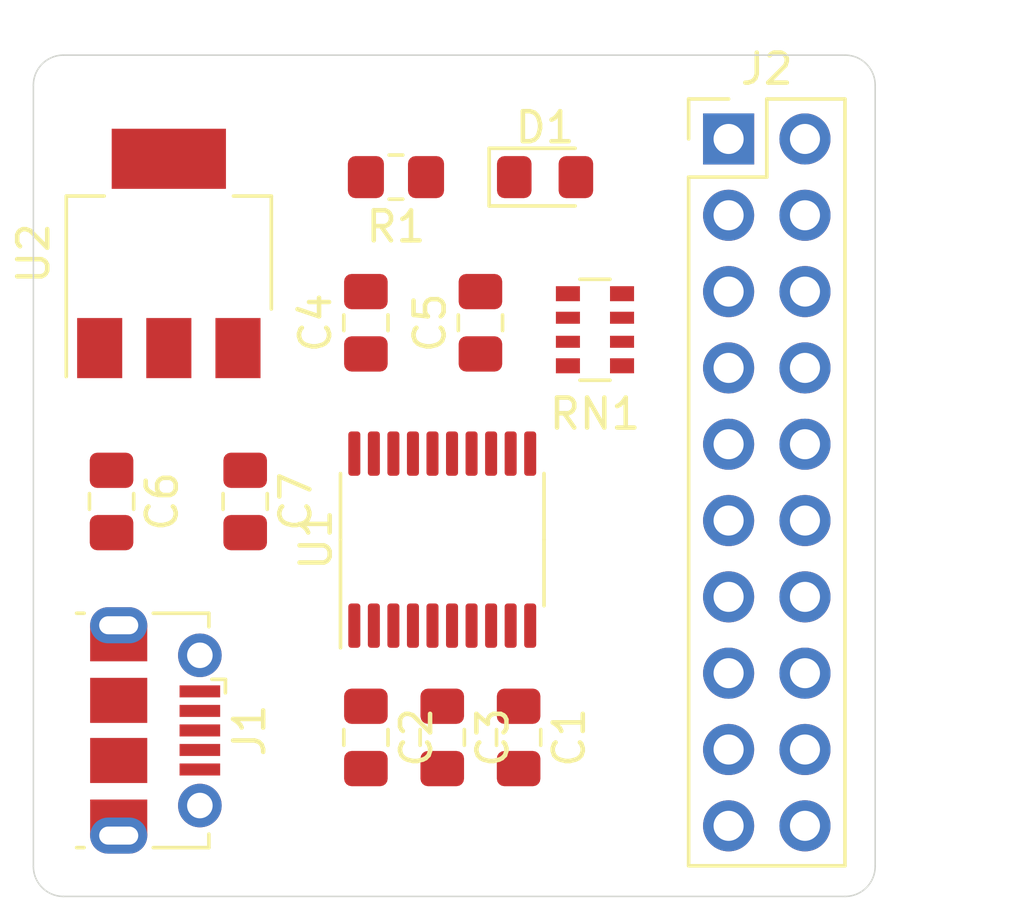
<source format=kicad_pcb>
(kicad_pcb (version 20171130) (host pcbnew "(5.1.10)-1")

  (general
    (thickness 1.6)
    (drawings 8)
    (tracks 0)
    (zones 0)
    (modules 14)
    (nets 29)
  )

  (page A4)
  (layers
    (0 F.Cu signal)
    (31 B.Cu signal)
    (32 B.Adhes user)
    (33 F.Adhes user)
    (34 B.Paste user)
    (35 F.Paste user)
    (36 B.SilkS user)
    (37 F.SilkS user)
    (38 B.Mask user)
    (39 F.Mask user)
    (40 Dwgs.User user)
    (41 Cmts.User user)
    (42 Eco1.User user)
    (43 Eco2.User user)
    (44 Edge.Cuts user)
    (45 Margin user)
    (46 B.CrtYd user)
    (47 F.CrtYd user)
    (48 B.Fab user)
    (49 F.Fab user)
  )

  (setup
    (last_trace_width 0.25)
    (trace_clearance 0.2)
    (zone_clearance 0.508)
    (zone_45_only no)
    (trace_min 0.2)
    (via_size 0.8)
    (via_drill 0.4)
    (via_min_size 0.4)
    (via_min_drill 0.3)
    (uvia_size 0.3)
    (uvia_drill 0.1)
    (uvias_allowed no)
    (uvia_min_size 0.2)
    (uvia_min_drill 0.1)
    (edge_width 0.05)
    (segment_width 0.2)
    (pcb_text_width 0.3)
    (pcb_text_size 1.5 1.5)
    (mod_edge_width 0.12)
    (mod_text_size 1 1)
    (mod_text_width 0.15)
    (pad_size 1.524 1.524)
    (pad_drill 0.762)
    (pad_to_mask_clearance 0)
    (aux_axis_origin 0 0)
    (visible_elements FFFDFF7F)
    (pcbplotparams
      (layerselection 0x010fc_ffffffff)
      (usegerberextensions false)
      (usegerberattributes true)
      (usegerberadvancedattributes true)
      (creategerberjobfile true)
      (excludeedgelayer true)
      (linewidth 0.100000)
      (plotframeref false)
      (viasonmask false)
      (mode 1)
      (useauxorigin false)
      (hpglpennumber 1)
      (hpglpenspeed 20)
      (hpglpendiameter 15.000000)
      (psnegative false)
      (psa4output false)
      (plotreference true)
      (plotvalue true)
      (plotinvisibletext false)
      (padsonsilk false)
      (subtractmaskfromsilk false)
      (outputformat 1)
      (mirror false)
      (drillshape 1)
      (scaleselection 1)
      (outputdirectory ""))
  )

  (net 0 "")
  (net 1 GND)
  (net 2 +3V3)
  (net 3 NRST)
  (net 4 "Net-(D1-Pad1)")
  (net 5 "Net-(D1-Pad2)")
  (net 6 "Net-(J1-Pad2)")
  (net 7 "Net-(J1-Pad4)")
  (net 8 "Net-(J1-Pad3)")
  (net 9 SWDIO)
  (net 10 SWCLK)
  (net 11 I2C1_SCL)
  (net 12 "Net-(J2-Pad7)")
  (net 13 I2C1_SDA)
  (net 14 SPI1_NSS)
  (net 15 SPI1_SCK)
  (net 16 ADC_IN0)
  (net 17 SPI1_MISO)
  (net 18 ADC_IN1)
  (net 19 SPI1_MOSI)
  (net 20 USART1_TX)
  (net 21 USART1_RX)
  (net 22 "Net-(RN1-Pad3)")
  (net 23 "Net-(RN1-Pad4)")
  (net 24 "Net-(RN1-Pad6)")
  (net 25 "Net-(RN1-Pad5)")
  (net 26 "Net-(U1-Pad2)")
  (net 27 "Net-(U1-Pad3)")
  (net 28 +5V)

  (net_class Default "This is the default net class."
    (clearance 0.2)
    (trace_width 0.25)
    (via_dia 0.8)
    (via_drill 0.4)
    (uvia_dia 0.3)
    (uvia_drill 0.1)
    (add_net +3V3)
    (add_net +5V)
    (add_net ADC_IN0)
    (add_net ADC_IN1)
    (add_net GND)
    (add_net I2C1_SCL)
    (add_net I2C1_SDA)
    (add_net NRST)
    (add_net "Net-(D1-Pad1)")
    (add_net "Net-(D1-Pad2)")
    (add_net "Net-(J1-Pad2)")
    (add_net "Net-(J1-Pad3)")
    (add_net "Net-(J1-Pad4)")
    (add_net "Net-(J2-Pad7)")
    (add_net "Net-(RN1-Pad3)")
    (add_net "Net-(RN1-Pad4)")
    (add_net "Net-(RN1-Pad5)")
    (add_net "Net-(RN1-Pad6)")
    (add_net "Net-(U1-Pad2)")
    (add_net "Net-(U1-Pad3)")
    (add_net SPI1_MISO)
    (add_net SPI1_MOSI)
    (add_net SPI1_NSS)
    (add_net SPI1_SCK)
    (add_net SWCLK)
    (add_net SWDIO)
    (add_net USART1_RX)
    (add_net USART1_TX)
  )

  (module Capacitor_SMD:C_0805_2012Metric_Pad1.18x1.45mm_HandSolder (layer F.Cu) (tedit 5F68FEEF) (tstamp 60FC94C5)
    (at 90.6 109.855 270)
    (descr "Capacitor SMD 0805 (2012 Metric), square (rectangular) end terminal, IPC_7351 nominal with elongated pad for handsoldering. (Body size source: IPC-SM-782 page 76, https://www.pcb-3d.com/wordpress/wp-content/uploads/ipc-sm-782a_amendment_1_and_2.pdf, https://docs.google.com/spreadsheets/d/1BsfQQcO9C6DZCsRaXUlFlo91Tg2WpOkGARC1WS5S8t0/edit?usp=sharing), generated with kicad-footprint-generator")
    (tags "capacitor handsolder")
    (path /61040C43)
    (attr smd)
    (fp_text reference C6 (at 0 -1.68 90) (layer F.SilkS)
      (effects (font (size 1 1) (thickness 0.15)))
    )
    (fp_text value 10uF (at 0 1.68 90) (layer F.Fab)
      (effects (font (size 1 1) (thickness 0.15)))
    )
    (fp_text user %R (at 0 0 90) (layer F.Fab)
      (effects (font (size 0.5 0.5) (thickness 0.08)))
    )
    (fp_line (start -1 0.625) (end -1 -0.625) (layer F.Fab) (width 0.1))
    (fp_line (start -1 -0.625) (end 1 -0.625) (layer F.Fab) (width 0.1))
    (fp_line (start 1 -0.625) (end 1 0.625) (layer F.Fab) (width 0.1))
    (fp_line (start 1 0.625) (end -1 0.625) (layer F.Fab) (width 0.1))
    (fp_line (start -0.261252 -0.735) (end 0.261252 -0.735) (layer F.SilkS) (width 0.12))
    (fp_line (start -0.261252 0.735) (end 0.261252 0.735) (layer F.SilkS) (width 0.12))
    (fp_line (start -1.88 0.98) (end -1.88 -0.98) (layer F.CrtYd) (width 0.05))
    (fp_line (start -1.88 -0.98) (end 1.88 -0.98) (layer F.CrtYd) (width 0.05))
    (fp_line (start 1.88 -0.98) (end 1.88 0.98) (layer F.CrtYd) (width 0.05))
    (fp_line (start 1.88 0.98) (end -1.88 0.98) (layer F.CrtYd) (width 0.05))
    (pad 2 smd roundrect (at 1.0375 0 270) (size 1.175 1.45) (layers F.Cu F.Paste F.Mask) (roundrect_rratio 0.212766)
      (net 1 GND))
    (pad 1 smd roundrect (at -1.0375 0 270) (size 1.175 1.45) (layers F.Cu F.Paste F.Mask) (roundrect_rratio 0.212766)
      (net 2 +3V3))
    (model ${KISYS3DMOD}/Capacitor_SMD.3dshapes/C_0805_2012Metric.wrl
      (at (xyz 0 0 0))
      (scale (xyz 1 1 1))
      (rotate (xyz 0 0 0))
    )
  )

  (module Capacitor_SMD:C_0805_2012Metric_Pad1.18x1.45mm_HandSolder (layer F.Cu) (tedit 5F68FEEF) (tstamp 60FC9495)
    (at 95.045 109.855 270)
    (descr "Capacitor SMD 0805 (2012 Metric), square (rectangular) end terminal, IPC_7351 nominal with elongated pad for handsoldering. (Body size source: IPC-SM-782 page 76, https://www.pcb-3d.com/wordpress/wp-content/uploads/ipc-sm-782a_amendment_1_and_2.pdf, https://docs.google.com/spreadsheets/d/1BsfQQcO9C6DZCsRaXUlFlo91Tg2WpOkGARC1WS5S8t0/edit?usp=sharing), generated with kicad-footprint-generator")
    (tags "capacitor handsolder")
    (path /6104012D)
    (attr smd)
    (fp_text reference C7 (at 0 -1.68 90) (layer F.SilkS)
      (effects (font (size 1 1) (thickness 0.15)))
    )
    (fp_text value 10uF (at 0 1.68 90) (layer F.Fab)
      (effects (font (size 1 1) (thickness 0.15)))
    )
    (fp_text user %R (at 0 0 90) (layer F.Fab)
      (effects (font (size 0.5 0.5) (thickness 0.08)))
    )
    (fp_line (start -1 0.625) (end -1 -0.625) (layer F.Fab) (width 0.1))
    (fp_line (start -1 -0.625) (end 1 -0.625) (layer F.Fab) (width 0.1))
    (fp_line (start 1 -0.625) (end 1 0.625) (layer F.Fab) (width 0.1))
    (fp_line (start 1 0.625) (end -1 0.625) (layer F.Fab) (width 0.1))
    (fp_line (start -0.261252 -0.735) (end 0.261252 -0.735) (layer F.SilkS) (width 0.12))
    (fp_line (start -0.261252 0.735) (end 0.261252 0.735) (layer F.SilkS) (width 0.12))
    (fp_line (start -1.88 0.98) (end -1.88 -0.98) (layer F.CrtYd) (width 0.05))
    (fp_line (start -1.88 -0.98) (end 1.88 -0.98) (layer F.CrtYd) (width 0.05))
    (fp_line (start 1.88 -0.98) (end 1.88 0.98) (layer F.CrtYd) (width 0.05))
    (fp_line (start 1.88 0.98) (end -1.88 0.98) (layer F.CrtYd) (width 0.05))
    (pad 2 smd roundrect (at 1.0375 0 270) (size 1.175 1.45) (layers F.Cu F.Paste F.Mask) (roundrect_rratio 0.212766)
      (net 1 GND))
    (pad 1 smd roundrect (at -1.0375 0 270) (size 1.175 1.45) (layers F.Cu F.Paste F.Mask) (roundrect_rratio 0.212766)
      (net 28 +5V))
    (model ${KISYS3DMOD}/Capacitor_SMD.3dshapes/C_0805_2012Metric.wrl
      (at (xyz 0 0 0))
      (scale (xyz 1 1 1))
      (rotate (xyz 0 0 0))
    )
  )

  (module Package_TO_SOT_SMD:SOT-223-3_TabPin2 (layer F.Cu) (tedit 5A02FF57) (tstamp 60FC93E3)
    (at 92.505 101.6 90)
    (descr "module CMS SOT223 4 pins")
    (tags "CMS SOT")
    (path /60FDA95F)
    (attr smd)
    (fp_text reference U2 (at 0 -4.5 90) (layer F.SilkS)
      (effects (font (size 1 1) (thickness 0.15)))
    )
    (fp_text value LD1117S33TR_SOT223 (at 0 4.5 90) (layer F.Fab)
      (effects (font (size 1 1) (thickness 0.15)))
    )
    (fp_line (start 1.85 -3.35) (end 1.85 3.35) (layer F.Fab) (width 0.1))
    (fp_line (start -1.85 3.35) (end 1.85 3.35) (layer F.Fab) (width 0.1))
    (fp_line (start -4.1 -3.41) (end 1.91 -3.41) (layer F.SilkS) (width 0.12))
    (fp_line (start -0.85 -3.35) (end 1.85 -3.35) (layer F.Fab) (width 0.1))
    (fp_line (start -1.85 3.41) (end 1.91 3.41) (layer F.SilkS) (width 0.12))
    (fp_line (start -1.85 -2.35) (end -1.85 3.35) (layer F.Fab) (width 0.1))
    (fp_line (start -1.85 -2.35) (end -0.85 -3.35) (layer F.Fab) (width 0.1))
    (fp_line (start -4.4 -3.6) (end -4.4 3.6) (layer F.CrtYd) (width 0.05))
    (fp_line (start -4.4 3.6) (end 4.4 3.6) (layer F.CrtYd) (width 0.05))
    (fp_line (start 4.4 3.6) (end 4.4 -3.6) (layer F.CrtYd) (width 0.05))
    (fp_line (start 4.4 -3.6) (end -4.4 -3.6) (layer F.CrtYd) (width 0.05))
    (fp_line (start 1.91 -3.41) (end 1.91 -2.15) (layer F.SilkS) (width 0.12))
    (fp_line (start 1.91 3.41) (end 1.91 2.15) (layer F.SilkS) (width 0.12))
    (fp_text user %R (at 0 0) (layer F.Fab)
      (effects (font (size 0.8 0.8) (thickness 0.12)))
    )
    (pad 2 smd rect (at 3.15 0 90) (size 2 3.8) (layers F.Cu F.Paste F.Mask)
      (net 2 +3V3))
    (pad 2 smd rect (at -3.15 0 90) (size 2 1.5) (layers F.Cu F.Paste F.Mask)
      (net 2 +3V3))
    (pad 3 smd rect (at -3.15 2.3 90) (size 2 1.5) (layers F.Cu F.Paste F.Mask)
      (net 28 +5V))
    (pad 1 smd rect (at -3.15 -2.3 90) (size 2 1.5) (layers F.Cu F.Paste F.Mask)
      (net 1 GND))
    (model ${KISYS3DMOD}/Package_TO_SOT_SMD.3dshapes/SOT-223.wrl
      (at (xyz 0 0 0))
      (scale (xyz 1 1 1))
      (rotate (xyz 0 0 0))
    )
  )

  (module Capacitor_SMD:C_0805_2012Metric_Pad1.18x1.45mm_HandSolder (layer F.Cu) (tedit 5F68FEEF) (tstamp 60FC7C98)
    (at 104.14 117.7075 270)
    (descr "Capacitor SMD 0805 (2012 Metric), square (rectangular) end terminal, IPC_7351 nominal with elongated pad for handsoldering. (Body size source: IPC-SM-782 page 76, https://www.pcb-3d.com/wordpress/wp-content/uploads/ipc-sm-782a_amendment_1_and_2.pdf, https://docs.google.com/spreadsheets/d/1BsfQQcO9C6DZCsRaXUlFlo91Tg2WpOkGARC1WS5S8t0/edit?usp=sharing), generated with kicad-footprint-generator")
    (tags "capacitor handsolder")
    (path /60FD310A)
    (attr smd)
    (fp_text reference C1 (at 0 -1.68 90) (layer F.SilkS)
      (effects (font (size 1 1) (thickness 0.15)))
    )
    (fp_text value 10nF (at 0 1.68 90) (layer F.Fab)
      (effects (font (size 1 1) (thickness 0.15)))
    )
    (fp_text user %R (at 0 0 90) (layer F.Fab)
      (effects (font (size 0.5 0.5) (thickness 0.08)))
    )
    (fp_line (start -1 0.625) (end -1 -0.625) (layer F.Fab) (width 0.1))
    (fp_line (start -1 -0.625) (end 1 -0.625) (layer F.Fab) (width 0.1))
    (fp_line (start 1 -0.625) (end 1 0.625) (layer F.Fab) (width 0.1))
    (fp_line (start 1 0.625) (end -1 0.625) (layer F.Fab) (width 0.1))
    (fp_line (start -0.261252 -0.735) (end 0.261252 -0.735) (layer F.SilkS) (width 0.12))
    (fp_line (start -0.261252 0.735) (end 0.261252 0.735) (layer F.SilkS) (width 0.12))
    (fp_line (start -1.88 0.98) (end -1.88 -0.98) (layer F.CrtYd) (width 0.05))
    (fp_line (start -1.88 -0.98) (end 1.88 -0.98) (layer F.CrtYd) (width 0.05))
    (fp_line (start 1.88 -0.98) (end 1.88 0.98) (layer F.CrtYd) (width 0.05))
    (fp_line (start 1.88 0.98) (end -1.88 0.98) (layer F.CrtYd) (width 0.05))
    (pad 2 smd roundrect (at 1.0375 0 270) (size 1.175 1.45) (layers F.Cu F.Paste F.Mask) (roundrect_rratio 0.212766)
      (net 1 GND))
    (pad 1 smd roundrect (at -1.0375 0 270) (size 1.175 1.45) (layers F.Cu F.Paste F.Mask) (roundrect_rratio 0.212766)
      (net 2 +3V3))
    (model ${KISYS3DMOD}/Capacitor_SMD.3dshapes/C_0805_2012Metric.wrl
      (at (xyz 0 0 0))
      (scale (xyz 1 1 1))
      (rotate (xyz 0 0 0))
    )
  )

  (module Capacitor_SMD:C_0805_2012Metric_Pad1.18x1.45mm_HandSolder (layer F.Cu) (tedit 5F68FEEF) (tstamp 60FC7E18)
    (at 99.06 117.7075 270)
    (descr "Capacitor SMD 0805 (2012 Metric), square (rectangular) end terminal, IPC_7351 nominal with elongated pad for handsoldering. (Body size source: IPC-SM-782 page 76, https://www.pcb-3d.com/wordpress/wp-content/uploads/ipc-sm-782a_amendment_1_and_2.pdf, https://docs.google.com/spreadsheets/d/1BsfQQcO9C6DZCsRaXUlFlo91Tg2WpOkGARC1WS5S8t0/edit?usp=sharing), generated with kicad-footprint-generator")
    (tags "capacitor handsolder")
    (path /60FD214B)
    (attr smd)
    (fp_text reference C2 (at 0 -1.68 90) (layer F.SilkS)
      (effects (font (size 1 1) (thickness 0.15)))
    )
    (fp_text value 0.1uF (at 0 1.68 90) (layer F.Fab)
      (effects (font (size 1 1) (thickness 0.15)))
    )
    (fp_line (start 1.88 0.98) (end -1.88 0.98) (layer F.CrtYd) (width 0.05))
    (fp_line (start 1.88 -0.98) (end 1.88 0.98) (layer F.CrtYd) (width 0.05))
    (fp_line (start -1.88 -0.98) (end 1.88 -0.98) (layer F.CrtYd) (width 0.05))
    (fp_line (start -1.88 0.98) (end -1.88 -0.98) (layer F.CrtYd) (width 0.05))
    (fp_line (start -0.261252 0.735) (end 0.261252 0.735) (layer F.SilkS) (width 0.12))
    (fp_line (start -0.261252 -0.735) (end 0.261252 -0.735) (layer F.SilkS) (width 0.12))
    (fp_line (start 1 0.625) (end -1 0.625) (layer F.Fab) (width 0.1))
    (fp_line (start 1 -0.625) (end 1 0.625) (layer F.Fab) (width 0.1))
    (fp_line (start -1 -0.625) (end 1 -0.625) (layer F.Fab) (width 0.1))
    (fp_line (start -1 0.625) (end -1 -0.625) (layer F.Fab) (width 0.1))
    (fp_text user %R (at 0 0 90) (layer F.Fab)
      (effects (font (size 0.5 0.5) (thickness 0.08)))
    )
    (pad 1 smd roundrect (at -1.0375 0 270) (size 1.175 1.45) (layers F.Cu F.Paste F.Mask) (roundrect_rratio 0.212766)
      (net 3 NRST))
    (pad 2 smd roundrect (at 1.0375 0 270) (size 1.175 1.45) (layers F.Cu F.Paste F.Mask) (roundrect_rratio 0.212766)
      (net 1 GND))
    (model ${KISYS3DMOD}/Capacitor_SMD.3dshapes/C_0805_2012Metric.wrl
      (at (xyz 0 0 0))
      (scale (xyz 1 1 1))
      (rotate (xyz 0 0 0))
    )
  )

  (module Capacitor_SMD:C_0805_2012Metric_Pad1.18x1.45mm_HandSolder (layer F.Cu) (tedit 5F68FEEF) (tstamp 60FC8B2E)
    (at 101.6 117.7075 270)
    (descr "Capacitor SMD 0805 (2012 Metric), square (rectangular) end terminal, IPC_7351 nominal with elongated pad for handsoldering. (Body size source: IPC-SM-782 page 76, https://www.pcb-3d.com/wordpress/wp-content/uploads/ipc-sm-782a_amendment_1_and_2.pdf, https://docs.google.com/spreadsheets/d/1BsfQQcO9C6DZCsRaXUlFlo91Tg2WpOkGARC1WS5S8t0/edit?usp=sharing), generated with kicad-footprint-generator")
    (tags "capacitor handsolder")
    (path /60FD2C0F)
    (attr smd)
    (fp_text reference C3 (at 0 -1.68 90) (layer F.SilkS)
      (effects (font (size 1 1) (thickness 0.15)))
    )
    (fp_text value 1uF (at 0 1.68 90) (layer F.Fab)
      (effects (font (size 1 1) (thickness 0.15)))
    )
    (fp_text user %R (at 0 0 90) (layer F.Fab)
      (effects (font (size 0.5 0.5) (thickness 0.08)))
    )
    (fp_line (start -1 0.625) (end -1 -0.625) (layer F.Fab) (width 0.1))
    (fp_line (start -1 -0.625) (end 1 -0.625) (layer F.Fab) (width 0.1))
    (fp_line (start 1 -0.625) (end 1 0.625) (layer F.Fab) (width 0.1))
    (fp_line (start 1 0.625) (end -1 0.625) (layer F.Fab) (width 0.1))
    (fp_line (start -0.261252 -0.735) (end 0.261252 -0.735) (layer F.SilkS) (width 0.12))
    (fp_line (start -0.261252 0.735) (end 0.261252 0.735) (layer F.SilkS) (width 0.12))
    (fp_line (start -1.88 0.98) (end -1.88 -0.98) (layer F.CrtYd) (width 0.05))
    (fp_line (start -1.88 -0.98) (end 1.88 -0.98) (layer F.CrtYd) (width 0.05))
    (fp_line (start 1.88 -0.98) (end 1.88 0.98) (layer F.CrtYd) (width 0.05))
    (fp_line (start 1.88 0.98) (end -1.88 0.98) (layer F.CrtYd) (width 0.05))
    (pad 2 smd roundrect (at 1.0375 0 270) (size 1.175 1.45) (layers F.Cu F.Paste F.Mask) (roundrect_rratio 0.212766)
      (net 1 GND))
    (pad 1 smd roundrect (at -1.0375 0 270) (size 1.175 1.45) (layers F.Cu F.Paste F.Mask) (roundrect_rratio 0.212766)
      (net 2 +3V3))
    (model ${KISYS3DMOD}/Capacitor_SMD.3dshapes/C_0805_2012Metric.wrl
      (at (xyz 0 0 0))
      (scale (xyz 1 1 1))
      (rotate (xyz 0 0 0))
    )
  )

  (module Capacitor_SMD:C_0805_2012Metric_Pad1.18x1.45mm_HandSolder (layer F.Cu) (tedit 5F68FEEF) (tstamp 60FC8F09)
    (at 99.06 103.9075 90)
    (descr "Capacitor SMD 0805 (2012 Metric), square (rectangular) end terminal, IPC_7351 nominal with elongated pad for handsoldering. (Body size source: IPC-SM-782 page 76, https://www.pcb-3d.com/wordpress/wp-content/uploads/ipc-sm-782a_amendment_1_and_2.pdf, https://docs.google.com/spreadsheets/d/1BsfQQcO9C6DZCsRaXUlFlo91Tg2WpOkGARC1WS5S8t0/edit?usp=sharing), generated with kicad-footprint-generator")
    (tags "capacitor handsolder")
    (path /60FD2F1F)
    (attr smd)
    (fp_text reference C4 (at 0 -1.68 90) (layer F.SilkS)
      (effects (font (size 1 1) (thickness 0.15)))
    )
    (fp_text value 100nF (at 0 1.68 90) (layer F.Fab)
      (effects (font (size 1 1) (thickness 0.15)))
    )
    (fp_line (start 1.88 0.98) (end -1.88 0.98) (layer F.CrtYd) (width 0.05))
    (fp_line (start 1.88 -0.98) (end 1.88 0.98) (layer F.CrtYd) (width 0.05))
    (fp_line (start -1.88 -0.98) (end 1.88 -0.98) (layer F.CrtYd) (width 0.05))
    (fp_line (start -1.88 0.98) (end -1.88 -0.98) (layer F.CrtYd) (width 0.05))
    (fp_line (start -0.261252 0.735) (end 0.261252 0.735) (layer F.SilkS) (width 0.12))
    (fp_line (start -0.261252 -0.735) (end 0.261252 -0.735) (layer F.SilkS) (width 0.12))
    (fp_line (start 1 0.625) (end -1 0.625) (layer F.Fab) (width 0.1))
    (fp_line (start 1 -0.625) (end 1 0.625) (layer F.Fab) (width 0.1))
    (fp_line (start -1 -0.625) (end 1 -0.625) (layer F.Fab) (width 0.1))
    (fp_line (start -1 0.625) (end -1 -0.625) (layer F.Fab) (width 0.1))
    (fp_text user %R (at 0 0 90) (layer F.Fab)
      (effects (font (size 0.5 0.5) (thickness 0.08)))
    )
    (pad 1 smd roundrect (at -1.0375 0 90) (size 1.175 1.45) (layers F.Cu F.Paste F.Mask) (roundrect_rratio 0.212766)
      (net 2 +3V3))
    (pad 2 smd roundrect (at 1.0375 0 90) (size 1.175 1.45) (layers F.Cu F.Paste F.Mask) (roundrect_rratio 0.212766)
      (net 1 GND))
    (model ${KISYS3DMOD}/Capacitor_SMD.3dshapes/C_0805_2012Metric.wrl
      (at (xyz 0 0 0))
      (scale (xyz 1 1 1))
      (rotate (xyz 0 0 0))
    )
  )

  (module Capacitor_SMD:C_0805_2012Metric_Pad1.18x1.45mm_HandSolder (layer F.Cu) (tedit 5F68FEEF) (tstamp 60FC8E97)
    (at 102.87 103.9075 90)
    (descr "Capacitor SMD 0805 (2012 Metric), square (rectangular) end terminal, IPC_7351 nominal with elongated pad for handsoldering. (Body size source: IPC-SM-782 page 76, https://www.pcb-3d.com/wordpress/wp-content/uploads/ipc-sm-782a_amendment_1_and_2.pdf, https://docs.google.com/spreadsheets/d/1BsfQQcO9C6DZCsRaXUlFlo91Tg2WpOkGARC1WS5S8t0/edit?usp=sharing), generated with kicad-footprint-generator")
    (tags "capacitor handsolder")
    (path /60FD40EB)
    (attr smd)
    (fp_text reference C5 (at 0 -1.68 90) (layer F.SilkS)
      (effects (font (size 1 1) (thickness 0.15)))
    )
    (fp_text value 4.7uF (at 0 1.68 90) (layer F.Fab)
      (effects (font (size 1 1) (thickness 0.15)))
    )
    (fp_line (start 1.88 0.98) (end -1.88 0.98) (layer F.CrtYd) (width 0.05))
    (fp_line (start 1.88 -0.98) (end 1.88 0.98) (layer F.CrtYd) (width 0.05))
    (fp_line (start -1.88 -0.98) (end 1.88 -0.98) (layer F.CrtYd) (width 0.05))
    (fp_line (start -1.88 0.98) (end -1.88 -0.98) (layer F.CrtYd) (width 0.05))
    (fp_line (start -0.261252 0.735) (end 0.261252 0.735) (layer F.SilkS) (width 0.12))
    (fp_line (start -0.261252 -0.735) (end 0.261252 -0.735) (layer F.SilkS) (width 0.12))
    (fp_line (start 1 0.625) (end -1 0.625) (layer F.Fab) (width 0.1))
    (fp_line (start 1 -0.625) (end 1 0.625) (layer F.Fab) (width 0.1))
    (fp_line (start -1 -0.625) (end 1 -0.625) (layer F.Fab) (width 0.1))
    (fp_line (start -1 0.625) (end -1 -0.625) (layer F.Fab) (width 0.1))
    (fp_text user %R (at 0 0 90) (layer F.Fab)
      (effects (font (size 0.5 0.5) (thickness 0.08)))
    )
    (pad 1 smd roundrect (at -1.0375 0 90) (size 1.175 1.45) (layers F.Cu F.Paste F.Mask) (roundrect_rratio 0.212766)
      (net 2 +3V3))
    (pad 2 smd roundrect (at 1.0375 0 90) (size 1.175 1.45) (layers F.Cu F.Paste F.Mask) (roundrect_rratio 0.212766)
      (net 1 GND))
    (model ${KISYS3DMOD}/Capacitor_SMD.3dshapes/C_0805_2012Metric.wrl
      (at (xyz 0 0 0))
      (scale (xyz 1 1 1))
      (rotate (xyz 0 0 0))
    )
  )

  (module LED_SMD:LED_0805_2012Metric_Pad1.15x1.40mm_HandSolder (layer F.Cu) (tedit 5F68FEF1) (tstamp 60FC8FE6)
    (at 105.02 99.06)
    (descr "LED SMD 0805 (2012 Metric), square (rectangular) end terminal, IPC_7351 nominal, (Body size source: https://docs.google.com/spreadsheets/d/1BsfQQcO9C6DZCsRaXUlFlo91Tg2WpOkGARC1WS5S8t0/edit?usp=sharing), generated with kicad-footprint-generator")
    (tags "LED handsolder")
    (path /60FD9142)
    (attr smd)
    (fp_text reference D1 (at 0 -1.65) (layer F.SilkS)
      (effects (font (size 1 1) (thickness 0.15)))
    )
    (fp_text value LED (at 0 1.65) (layer F.Fab)
      (effects (font (size 1 1) (thickness 0.15)))
    )
    (fp_line (start 1.85 0.95) (end -1.85 0.95) (layer F.CrtYd) (width 0.05))
    (fp_line (start 1.85 -0.95) (end 1.85 0.95) (layer F.CrtYd) (width 0.05))
    (fp_line (start -1.85 -0.95) (end 1.85 -0.95) (layer F.CrtYd) (width 0.05))
    (fp_line (start -1.85 0.95) (end -1.85 -0.95) (layer F.CrtYd) (width 0.05))
    (fp_line (start -1.86 0.96) (end 1 0.96) (layer F.SilkS) (width 0.12))
    (fp_line (start -1.86 -0.96) (end -1.86 0.96) (layer F.SilkS) (width 0.12))
    (fp_line (start 1 -0.96) (end -1.86 -0.96) (layer F.SilkS) (width 0.12))
    (fp_line (start 1 0.6) (end 1 -0.6) (layer F.Fab) (width 0.1))
    (fp_line (start -1 0.6) (end 1 0.6) (layer F.Fab) (width 0.1))
    (fp_line (start -1 -0.3) (end -1 0.6) (layer F.Fab) (width 0.1))
    (fp_line (start -0.7 -0.6) (end -1 -0.3) (layer F.Fab) (width 0.1))
    (fp_line (start 1 -0.6) (end -0.7 -0.6) (layer F.Fab) (width 0.1))
    (fp_text user %R (at 0 0) (layer F.Fab)
      (effects (font (size 0.5 0.5) (thickness 0.08)))
    )
    (pad 1 smd roundrect (at -1.025 0) (size 1.15 1.4) (layers F.Cu F.Paste F.Mask) (roundrect_rratio 0.217391)
      (net 4 "Net-(D1-Pad1)"))
    (pad 2 smd roundrect (at 1.025 0) (size 1.15 1.4) (layers F.Cu F.Paste F.Mask) (roundrect_rratio 0.217391)
      (net 5 "Net-(D1-Pad2)"))
    (model ${KISYS3DMOD}/LED_SMD.3dshapes/LED_0805_2012Metric.wrl
      (at (xyz 0 0 0))
      (scale (xyz 1 1 1))
      (rotate (xyz 0 0 0))
    )
  )

  (module Connector_USB:USB_Micro-B_Molex-105017-0001 (layer F.Cu) (tedit 5A1DC0BE) (tstamp 60FC9435)
    (at 92.075 117.475 270)
    (descr http://www.molex.com/pdm_docs/sd/1050170001_sd.pdf)
    (tags "Micro-USB SMD Typ-B")
    (path /60FDB8CF)
    (attr smd)
    (fp_text reference J1 (at 0 -3.1125 90) (layer F.SilkS)
      (effects (font (size 1 1) (thickness 0.15)))
    )
    (fp_text value USB_B_Micro (at 0.3 4.3375 90) (layer F.Fab)
      (effects (font (size 1 1) (thickness 0.15)))
    )
    (fp_line (start -1.1 -2.1225) (end -1.1 -1.9125) (layer F.Fab) (width 0.1))
    (fp_line (start -1.5 -2.1225) (end -1.5 -1.9125) (layer F.Fab) (width 0.1))
    (fp_line (start -1.5 -2.1225) (end -1.1 -2.1225) (layer F.Fab) (width 0.1))
    (fp_line (start -1.1 -1.9125) (end -1.3 -1.7125) (layer F.Fab) (width 0.1))
    (fp_line (start -1.3 -1.7125) (end -1.5 -1.9125) (layer F.Fab) (width 0.1))
    (fp_line (start -1.7 -2.3125) (end -1.7 -1.8625) (layer F.SilkS) (width 0.12))
    (fp_line (start -1.7 -2.3125) (end -1.25 -2.3125) (layer F.SilkS) (width 0.12))
    (fp_line (start 3.9 -1.7625) (end 3.45 -1.7625) (layer F.SilkS) (width 0.12))
    (fp_line (start 3.9 0.0875) (end 3.9 -1.7625) (layer F.SilkS) (width 0.12))
    (fp_line (start -3.9 2.6375) (end -3.9 2.3875) (layer F.SilkS) (width 0.12))
    (fp_line (start -3.75 3.3875) (end -3.75 -1.6125) (layer F.Fab) (width 0.1))
    (fp_line (start -3.75 -1.6125) (end 3.75 -1.6125) (layer F.Fab) (width 0.1))
    (fp_line (start -3.75 3.389204) (end 3.75 3.389204) (layer F.Fab) (width 0.1))
    (fp_line (start -3 2.689204) (end 3 2.689204) (layer F.Fab) (width 0.1))
    (fp_line (start 3.75 3.3875) (end 3.75 -1.6125) (layer F.Fab) (width 0.1))
    (fp_line (start 3.9 2.6375) (end 3.9 2.3875) (layer F.SilkS) (width 0.12))
    (fp_line (start -3.9 0.0875) (end -3.9 -1.7625) (layer F.SilkS) (width 0.12))
    (fp_line (start -3.9 -1.7625) (end -3.45 -1.7625) (layer F.SilkS) (width 0.12))
    (fp_line (start -4.4 3.64) (end -4.4 -2.46) (layer F.CrtYd) (width 0.05))
    (fp_line (start -4.4 -2.46) (end 4.4 -2.46) (layer F.CrtYd) (width 0.05))
    (fp_line (start 4.4 -2.46) (end 4.4 3.64) (layer F.CrtYd) (width 0.05))
    (fp_line (start -4.4 3.64) (end 4.4 3.64) (layer F.CrtYd) (width 0.05))
    (fp_text user "PCB Edge" (at 0 2.6875 90) (layer Dwgs.User)
      (effects (font (size 0.5 0.5) (thickness 0.08)))
    )
    (fp_text user %R (at 0 0.8875 90) (layer F.Fab)
      (effects (font (size 1 1) (thickness 0.15)))
    )
    (pad 6 smd rect (at 1 1.2375 270) (size 1.5 1.9) (layers F.Cu F.Paste F.Mask)
      (net 1 GND))
    (pad 6 thru_hole circle (at -2.5 -1.4625 270) (size 1.45 1.45) (drill 0.85) (layers *.Cu *.Mask)
      (net 1 GND))
    (pad 2 smd rect (at -0.65 -1.4625 270) (size 0.4 1.35) (layers F.Cu F.Paste F.Mask)
      (net 6 "Net-(J1-Pad2)"))
    (pad 1 smd rect (at -1.3 -1.4625 270) (size 0.4 1.35) (layers F.Cu F.Paste F.Mask)
      (net 28 +5V))
    (pad 5 smd rect (at 1.3 -1.4625 270) (size 0.4 1.35) (layers F.Cu F.Paste F.Mask)
      (net 1 GND))
    (pad 4 smd rect (at 0.65 -1.4625 270) (size 0.4 1.35) (layers F.Cu F.Paste F.Mask)
      (net 7 "Net-(J1-Pad4)"))
    (pad 3 smd rect (at 0 -1.4625 270) (size 0.4 1.35) (layers F.Cu F.Paste F.Mask)
      (net 8 "Net-(J1-Pad3)"))
    (pad 6 thru_hole circle (at 2.5 -1.4625 270) (size 1.45 1.45) (drill 0.85) (layers *.Cu *.Mask)
      (net 1 GND))
    (pad 6 smd rect (at -1 1.2375 270) (size 1.5 1.9) (layers F.Cu F.Paste F.Mask)
      (net 1 GND))
    (pad 6 thru_hole oval (at -3.5 1.2375 90) (size 1.2 1.9) (drill oval 0.6 1.3) (layers *.Cu *.Mask)
      (net 1 GND))
    (pad 6 thru_hole oval (at 3.5 1.2375 270) (size 1.2 1.9) (drill oval 0.6 1.3) (layers *.Cu *.Mask)
      (net 1 GND))
    (pad 6 smd rect (at 2.9 1.2375 270) (size 1.2 1.9) (layers F.Cu F.Mask)
      (net 1 GND))
    (pad 6 smd rect (at -2.9 1.2375 270) (size 1.2 1.9) (layers F.Cu F.Mask)
      (net 1 GND))
    (model ${KISYS3DMOD}/Connector_USB.3dshapes/USB_Micro-B_Molex-105017-0001.wrl
      (at (xyz 0 0 0))
      (scale (xyz 1 1 1))
      (rotate (xyz 0 0 0))
    )
  )

  (module Connector_PinHeader_2.54mm:PinHeader_2x10_P2.54mm_Vertical (layer F.Cu) (tedit 59FED5CC) (tstamp 60FC8F82)
    (at 111.125 97.79)
    (descr "Through hole straight pin header, 2x10, 2.54mm pitch, double rows")
    (tags "Through hole pin header THT 2x10 2.54mm double row")
    (path /60FDDC5B)
    (fp_text reference J2 (at 1.27 -2.33) (layer F.SilkS)
      (effects (font (size 1 1) (thickness 0.15)))
    )
    (fp_text value Conn_02x10_Odd_Even (at 1.27 25.19) (layer F.Fab)
      (effects (font (size 1 1) (thickness 0.15)))
    )
    (fp_line (start 4.35 -1.8) (end -1.8 -1.8) (layer F.CrtYd) (width 0.05))
    (fp_line (start 4.35 24.65) (end 4.35 -1.8) (layer F.CrtYd) (width 0.05))
    (fp_line (start -1.8 24.65) (end 4.35 24.65) (layer F.CrtYd) (width 0.05))
    (fp_line (start -1.8 -1.8) (end -1.8 24.65) (layer F.CrtYd) (width 0.05))
    (fp_line (start -1.33 -1.33) (end 0 -1.33) (layer F.SilkS) (width 0.12))
    (fp_line (start -1.33 0) (end -1.33 -1.33) (layer F.SilkS) (width 0.12))
    (fp_line (start 1.27 -1.33) (end 3.87 -1.33) (layer F.SilkS) (width 0.12))
    (fp_line (start 1.27 1.27) (end 1.27 -1.33) (layer F.SilkS) (width 0.12))
    (fp_line (start -1.33 1.27) (end 1.27 1.27) (layer F.SilkS) (width 0.12))
    (fp_line (start 3.87 -1.33) (end 3.87 24.19) (layer F.SilkS) (width 0.12))
    (fp_line (start -1.33 1.27) (end -1.33 24.19) (layer F.SilkS) (width 0.12))
    (fp_line (start -1.33 24.19) (end 3.87 24.19) (layer F.SilkS) (width 0.12))
    (fp_line (start -1.27 0) (end 0 -1.27) (layer F.Fab) (width 0.1))
    (fp_line (start -1.27 24.13) (end -1.27 0) (layer F.Fab) (width 0.1))
    (fp_line (start 3.81 24.13) (end -1.27 24.13) (layer F.Fab) (width 0.1))
    (fp_line (start 3.81 -1.27) (end 3.81 24.13) (layer F.Fab) (width 0.1))
    (fp_line (start 0 -1.27) (end 3.81 -1.27) (layer F.Fab) (width 0.1))
    (fp_text user %R (at 1.27 11.43 90) (layer F.Fab)
      (effects (font (size 1 1) (thickness 0.15)))
    )
    (pad 1 thru_hole rect (at 0 0) (size 1.7 1.7) (drill 1) (layers *.Cu *.Mask)
      (net 2 +3V3))
    (pad 2 thru_hole oval (at 2.54 0) (size 1.7 1.7) (drill 1) (layers *.Cu *.Mask)
      (net 9 SWDIO))
    (pad 3 thru_hole oval (at 0 2.54) (size 1.7 1.7) (drill 1) (layers *.Cu *.Mask)
      (net 1 GND))
    (pad 4 thru_hole oval (at 2.54 2.54) (size 1.7 1.7) (drill 1) (layers *.Cu *.Mask)
      (net 10 SWCLK))
    (pad 5 thru_hole oval (at 0 5.08) (size 1.7 1.7) (drill 1) (layers *.Cu *.Mask)
      (net 1 GND))
    (pad 6 thru_hole oval (at 2.54 5.08) (size 1.7 1.7) (drill 1) (layers *.Cu *.Mask)
      (net 11 I2C1_SCL))
    (pad 7 thru_hole oval (at 0 7.62) (size 1.7 1.7) (drill 1) (layers *.Cu *.Mask)
      (net 12 "Net-(J2-Pad7)"))
    (pad 8 thru_hole oval (at 2.54 7.62) (size 1.7 1.7) (drill 1) (layers *.Cu *.Mask)
      (net 13 I2C1_SDA))
    (pad 9 thru_hole oval (at 0 10.16) (size 1.7 1.7) (drill 1) (layers *.Cu *.Mask)
      (net 2 +3V3))
    (pad 10 thru_hole oval (at 2.54 10.16) (size 1.7 1.7) (drill 1) (layers *.Cu *.Mask)
      (net 14 SPI1_NSS))
    (pad 11 thru_hole oval (at 0 12.7) (size 1.7 1.7) (drill 1) (layers *.Cu *.Mask)
      (net 2 +3V3))
    (pad 12 thru_hole oval (at 2.54 12.7) (size 1.7 1.7) (drill 1) (layers *.Cu *.Mask)
      (net 15 SPI1_SCK))
    (pad 13 thru_hole oval (at 0 15.24) (size 1.7 1.7) (drill 1) (layers *.Cu *.Mask)
      (net 16 ADC_IN0))
    (pad 14 thru_hole oval (at 2.54 15.24) (size 1.7 1.7) (drill 1) (layers *.Cu *.Mask)
      (net 17 SPI1_MISO))
    (pad 15 thru_hole oval (at 0 17.78) (size 1.7 1.7) (drill 1) (layers *.Cu *.Mask)
      (net 18 ADC_IN1))
    (pad 16 thru_hole oval (at 2.54 17.78) (size 1.7 1.7) (drill 1) (layers *.Cu *.Mask)
      (net 19 SPI1_MOSI))
    (pad 17 thru_hole oval (at 0 20.32) (size 1.7 1.7) (drill 1) (layers *.Cu *.Mask)
      (net 1 GND))
    (pad 18 thru_hole oval (at 2.54 20.32) (size 1.7 1.7) (drill 1) (layers *.Cu *.Mask)
      (net 20 USART1_TX))
    (pad 19 thru_hole oval (at 0 22.86) (size 1.7 1.7) (drill 1) (layers *.Cu *.Mask)
      (net 1 GND))
    (pad 20 thru_hole oval (at 2.54 22.86) (size 1.7 1.7) (drill 1) (layers *.Cu *.Mask)
      (net 21 USART1_RX))
    (model ${KISYS3DMOD}/Connector_PinHeader_2.54mm.3dshapes/PinHeader_2x10_P2.54mm_Vertical.wrl
      (at (xyz 0 0 0))
      (scale (xyz 1 1 1))
      (rotate (xyz 0 0 0))
    )
  )

  (module Resistor_SMD:R_0805_2012Metric_Pad1.20x1.40mm_HandSolder (layer F.Cu) (tedit 5F68FEEE) (tstamp 60FC8F39)
    (at 100.06 99.06 180)
    (descr "Resistor SMD 0805 (2012 Metric), square (rectangular) end terminal, IPC_7351 nominal with elongated pad for handsoldering. (Body size source: IPC-SM-782 page 72, https://www.pcb-3d.com/wordpress/wp-content/uploads/ipc-sm-782a_amendment_1_and_2.pdf), generated with kicad-footprint-generator")
    (tags "resistor handsolder")
    (path /60FD4ACB)
    (attr smd)
    (fp_text reference R1 (at 0 -1.65) (layer F.SilkS)
      (effects (font (size 1 1) (thickness 0.15)))
    )
    (fp_text value 39 (at 0 1.65) (layer F.Fab)
      (effects (font (size 1 1) (thickness 0.15)))
    )
    (fp_line (start 1.85 0.95) (end -1.85 0.95) (layer F.CrtYd) (width 0.05))
    (fp_line (start 1.85 -0.95) (end 1.85 0.95) (layer F.CrtYd) (width 0.05))
    (fp_line (start -1.85 -0.95) (end 1.85 -0.95) (layer F.CrtYd) (width 0.05))
    (fp_line (start -1.85 0.95) (end -1.85 -0.95) (layer F.CrtYd) (width 0.05))
    (fp_line (start -0.227064 0.735) (end 0.227064 0.735) (layer F.SilkS) (width 0.12))
    (fp_line (start -0.227064 -0.735) (end 0.227064 -0.735) (layer F.SilkS) (width 0.12))
    (fp_line (start 1 0.625) (end -1 0.625) (layer F.Fab) (width 0.1))
    (fp_line (start 1 -0.625) (end 1 0.625) (layer F.Fab) (width 0.1))
    (fp_line (start -1 -0.625) (end 1 -0.625) (layer F.Fab) (width 0.1))
    (fp_line (start -1 0.625) (end -1 -0.625) (layer F.Fab) (width 0.1))
    (fp_text user %R (at 0 0) (layer F.Fab)
      (effects (font (size 0.5 0.5) (thickness 0.08)))
    )
    (pad 1 smd roundrect (at -1 0 180) (size 1.2 1.4) (layers F.Cu F.Paste F.Mask) (roundrect_rratio 0.208333)
      (net 2 +3V3))
    (pad 2 smd roundrect (at 1 0 180) (size 1.2 1.4) (layers F.Cu F.Paste F.Mask) (roundrect_rratio 0.208333)
      (net 5 "Net-(D1-Pad2)"))
    (model ${KISYS3DMOD}/Resistor_SMD.3dshapes/R_0805_2012Metric.wrl
      (at (xyz 0 0 0))
      (scale (xyz 1 1 1))
      (rotate (xyz 0 0 0))
    )
  )

  (module Resistor_SMD:R_Array_Convex_4x0603 (layer F.Cu) (tedit 58E0A8B2) (tstamp 60FC90CF)
    (at 106.68 104.14 180)
    (descr "Chip Resistor Network, ROHM MNR14 (see mnr_g.pdf)")
    (tags "resistor array")
    (path /60FD9B9C)
    (attr smd)
    (fp_text reference RN1 (at 0 -2.8) (layer F.SilkS)
      (effects (font (size 1 1) (thickness 0.15)))
    )
    (fp_text value 4.7k (at 0 2.8) (layer F.Fab)
      (effects (font (size 1 1) (thickness 0.15)))
    )
    (fp_line (start 1.55 1.85) (end -1.55 1.85) (layer F.CrtYd) (width 0.05))
    (fp_line (start 1.55 1.85) (end 1.55 -1.85) (layer F.CrtYd) (width 0.05))
    (fp_line (start -1.55 -1.85) (end -1.55 1.85) (layer F.CrtYd) (width 0.05))
    (fp_line (start -1.55 -1.85) (end 1.55 -1.85) (layer F.CrtYd) (width 0.05))
    (fp_line (start 0.5 -1.68) (end -0.5 -1.68) (layer F.SilkS) (width 0.12))
    (fp_line (start 0.5 1.68) (end -0.5 1.68) (layer F.SilkS) (width 0.12))
    (fp_line (start -0.8 1.6) (end -0.8 -1.6) (layer F.Fab) (width 0.1))
    (fp_line (start 0.8 1.6) (end -0.8 1.6) (layer F.Fab) (width 0.1))
    (fp_line (start 0.8 -1.6) (end 0.8 1.6) (layer F.Fab) (width 0.1))
    (fp_line (start -0.8 -1.6) (end 0.8 -1.6) (layer F.Fab) (width 0.1))
    (fp_text user %R (at 0 0 90) (layer F.Fab)
      (effects (font (size 0.5 0.5) (thickness 0.075)))
    )
    (pad 1 smd rect (at -0.9 -1.2 180) (size 0.8 0.5) (layers F.Cu F.Paste F.Mask)
      (net 11 I2C1_SCL))
    (pad 3 smd rect (at -0.9 0.4 180) (size 0.8 0.4) (layers F.Cu F.Paste F.Mask)
      (net 22 "Net-(RN1-Pad3)"))
    (pad 2 smd rect (at -0.9 -0.4 180) (size 0.8 0.4) (layers F.Cu F.Paste F.Mask)
      (net 13 I2C1_SDA))
    (pad 4 smd rect (at -0.9 1.2 180) (size 0.8 0.5) (layers F.Cu F.Paste F.Mask)
      (net 23 "Net-(RN1-Pad4)"))
    (pad 7 smd rect (at 0.9 -0.4 180) (size 0.8 0.4) (layers F.Cu F.Paste F.Mask)
      (net 2 +3V3))
    (pad 8 smd rect (at 0.9 -1.2 180) (size 0.8 0.5) (layers F.Cu F.Paste F.Mask)
      (net 2 +3V3))
    (pad 6 smd rect (at 0.9 0.4 180) (size 0.8 0.4) (layers F.Cu F.Paste F.Mask)
      (net 24 "Net-(RN1-Pad6)"))
    (pad 5 smd rect (at 0.9 1.2 180) (size 0.8 0.5) (layers F.Cu F.Paste F.Mask)
      (net 25 "Net-(RN1-Pad5)"))
    (model ${KISYS3DMOD}/Resistor_SMD.3dshapes/R_Array_Convex_4x0603.wrl
      (at (xyz 0 0 0))
      (scale (xyz 1 1 1))
      (rotate (xyz 0 0 0))
    )
  )

  (module Package_SO:TSSOP-20_4.4x6.5mm_P0.65mm (layer F.Cu) (tedit 5E476F32) (tstamp 60FC9253)
    (at 101.6 111.125 90)
    (descr "TSSOP, 20 Pin (JEDEC MO-153 Var AC https://www.jedec.org/document_search?search_api_views_fulltext=MO-153), generated with kicad-footprint-generator ipc_gullwing_generator.py")
    (tags "TSSOP SO")
    (path /60FC94A6)
    (attr smd)
    (fp_text reference U1 (at 0 -4.2 90) (layer F.SilkS)
      (effects (font (size 1 1) (thickness 0.15)))
    )
    (fp_text value stm32f030 (at 0 4.2 90) (layer F.Fab)
      (effects (font (size 1 1) (thickness 0.15)))
    )
    (fp_line (start 3.85 -3.5) (end -3.85 -3.5) (layer F.CrtYd) (width 0.05))
    (fp_line (start 3.85 3.5) (end 3.85 -3.5) (layer F.CrtYd) (width 0.05))
    (fp_line (start -3.85 3.5) (end 3.85 3.5) (layer F.CrtYd) (width 0.05))
    (fp_line (start -3.85 -3.5) (end -3.85 3.5) (layer F.CrtYd) (width 0.05))
    (fp_line (start -2.2 -2.25) (end -1.2 -3.25) (layer F.Fab) (width 0.1))
    (fp_line (start -2.2 3.25) (end -2.2 -2.25) (layer F.Fab) (width 0.1))
    (fp_line (start 2.2 3.25) (end -2.2 3.25) (layer F.Fab) (width 0.1))
    (fp_line (start 2.2 -3.25) (end 2.2 3.25) (layer F.Fab) (width 0.1))
    (fp_line (start -1.2 -3.25) (end 2.2 -3.25) (layer F.Fab) (width 0.1))
    (fp_line (start 0 -3.385) (end -3.6 -3.385) (layer F.SilkS) (width 0.12))
    (fp_line (start 0 -3.385) (end 2.2 -3.385) (layer F.SilkS) (width 0.12))
    (fp_line (start 0 3.385) (end -2.2 3.385) (layer F.SilkS) (width 0.12))
    (fp_line (start 0 3.385) (end 2.2 3.385) (layer F.SilkS) (width 0.12))
    (fp_text user %R (at 0 0 90) (layer F.Fab)
      (effects (font (size 1 1) (thickness 0.15)))
    )
    (pad 1 smd roundrect (at -2.8625 -2.925 90) (size 1.475 0.4) (layers F.Cu F.Paste F.Mask) (roundrect_rratio 0.25)
      (net 1 GND))
    (pad 2 smd roundrect (at -2.8625 -2.275 90) (size 1.475 0.4) (layers F.Cu F.Paste F.Mask) (roundrect_rratio 0.25)
      (net 26 "Net-(U1-Pad2)"))
    (pad 3 smd roundrect (at -2.8625 -1.625 90) (size 1.475 0.4) (layers F.Cu F.Paste F.Mask) (roundrect_rratio 0.25)
      (net 27 "Net-(U1-Pad3)"))
    (pad 4 smd roundrect (at -2.8625 -0.975 90) (size 1.475 0.4) (layers F.Cu F.Paste F.Mask) (roundrect_rratio 0.25)
      (net 3 NRST))
    (pad 5 smd roundrect (at -2.8625 -0.325 90) (size 1.475 0.4) (layers F.Cu F.Paste F.Mask) (roundrect_rratio 0.25)
      (net 2 +3V3))
    (pad 6 smd roundrect (at -2.8625 0.325 90) (size 1.475 0.4) (layers F.Cu F.Paste F.Mask) (roundrect_rratio 0.25)
      (net 16 ADC_IN0))
    (pad 7 smd roundrect (at -2.8625 0.975 90) (size 1.475 0.4) (layers F.Cu F.Paste F.Mask) (roundrect_rratio 0.25)
      (net 18 ADC_IN1))
    (pad 8 smd roundrect (at -2.8625 1.625 90) (size 1.475 0.4) (layers F.Cu F.Paste F.Mask) (roundrect_rratio 0.25)
      (net 20 USART1_TX))
    (pad 9 smd roundrect (at -2.8625 2.275 90) (size 1.475 0.4) (layers F.Cu F.Paste F.Mask) (roundrect_rratio 0.25)
      (net 21 USART1_RX))
    (pad 10 smd roundrect (at -2.8625 2.925 90) (size 1.475 0.4) (layers F.Cu F.Paste F.Mask) (roundrect_rratio 0.25)
      (net 14 SPI1_NSS))
    (pad 11 smd roundrect (at 2.8625 2.925 90) (size 1.475 0.4) (layers F.Cu F.Paste F.Mask) (roundrect_rratio 0.25)
      (net 15 SPI1_SCK))
    (pad 12 smd roundrect (at 2.8625 2.275 90) (size 1.475 0.4) (layers F.Cu F.Paste F.Mask) (roundrect_rratio 0.25)
      (net 17 SPI1_MISO))
    (pad 13 smd roundrect (at 2.8625 1.625 90) (size 1.475 0.4) (layers F.Cu F.Paste F.Mask) (roundrect_rratio 0.25)
      (net 19 SPI1_MOSI))
    (pad 14 smd roundrect (at 2.8625 0.975 90) (size 1.475 0.4) (layers F.Cu F.Paste F.Mask) (roundrect_rratio 0.25)
      (net 4 "Net-(D1-Pad1)"))
    (pad 15 smd roundrect (at 2.8625 0.325 90) (size 1.475 0.4) (layers F.Cu F.Paste F.Mask) (roundrect_rratio 0.25)
      (net 1 GND))
    (pad 16 smd roundrect (at 2.8625 -0.325 90) (size 1.475 0.4) (layers F.Cu F.Paste F.Mask) (roundrect_rratio 0.25)
      (net 2 +3V3))
    (pad 17 smd roundrect (at 2.8625 -0.975 90) (size 1.475 0.4) (layers F.Cu F.Paste F.Mask) (roundrect_rratio 0.25)
      (net 11 I2C1_SCL))
    (pad 18 smd roundrect (at 2.8625 -1.625 90) (size 1.475 0.4) (layers F.Cu F.Paste F.Mask) (roundrect_rratio 0.25)
      (net 13 I2C1_SDA))
    (pad 19 smd roundrect (at 2.8625 -2.275 90) (size 1.475 0.4) (layers F.Cu F.Paste F.Mask) (roundrect_rratio 0.25)
      (net 9 SWDIO))
    (pad 20 smd roundrect (at 2.8625 -2.925 90) (size 1.475 0.4) (layers F.Cu F.Paste F.Mask) (roundrect_rratio 0.25)
      (net 10 SWCLK))
    (model ${KISYS3DMOD}/Package_SO.3dshapes/TSSOP-20_4.4x6.5mm_P0.65mm.wrl
      (at (xyz 0 0 0))
      (scale (xyz 1 1 1))
      (rotate (xyz 0 0 0))
    )
  )

  (gr_arc (start 89 122) (end 88 122) (angle -90) (layer Edge.Cuts) (width 0.05))
  (gr_arc (start 115 122) (end 115 123) (angle -90) (layer Edge.Cuts) (width 0.05))
  (gr_arc (start 115 96) (end 116 96) (angle -90) (layer Edge.Cuts) (width 0.05))
  (gr_arc (start 89 96) (end 89 95) (angle -90) (layer Edge.Cuts) (width 0.05))
  (gr_line (start 88 122) (end 88 96) (layer Edge.Cuts) (width 0.05))
  (gr_line (start 115 123) (end 89 123) (layer Edge.Cuts) (width 0.05))
  (gr_line (start 116 96) (end 116 122) (layer Edge.Cuts) (width 0.05))
  (gr_line (start 89 95) (end 115 95) (layer Edge.Cuts) (width 0.05))

)

</source>
